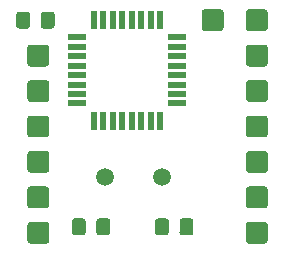
<source format=gts>
G04 #@! TF.GenerationSoftware,KiCad,Pcbnew,5.1.10-88a1d61d58~90~ubuntu20.04.1*
G04 #@! TF.CreationDate,2021-09-15T21:40:18+02:00*
G04 #@! TF.ProjectId,snes2atari,736e6573-3261-4746-9172-692e6b696361,rev?*
G04 #@! TF.SameCoordinates,Original*
G04 #@! TF.FileFunction,Soldermask,Top*
G04 #@! TF.FilePolarity,Negative*
%FSLAX46Y46*%
G04 Gerber Fmt 4.6, Leading zero omitted, Abs format (unit mm)*
G04 Created by KiCad (PCBNEW 5.1.10-88a1d61d58~90~ubuntu20.04.1) date 2021-09-15 21:40:18*
%MOMM*%
%LPD*%
G01*
G04 APERTURE LIST*
%ADD10C,1.500000*%
%ADD11R,0.550000X1.600000*%
%ADD12R,1.600000X0.550000*%
G04 APERTURE END LIST*
D10*
X125870000Y-89750000D03*
X130750000Y-89750000D03*
D11*
X124950000Y-76500000D03*
X125750000Y-76500000D03*
X126550000Y-76500000D03*
X127350000Y-76500000D03*
X128150000Y-76500000D03*
X128950000Y-76500000D03*
X129750000Y-76500000D03*
X130550000Y-76500000D03*
D12*
X132000000Y-77950000D03*
X132000000Y-78750000D03*
X132000000Y-79550000D03*
X132000000Y-80350000D03*
X132000000Y-81150000D03*
X132000000Y-81950000D03*
X132000000Y-82750000D03*
X132000000Y-83550000D03*
D11*
X130550000Y-85000000D03*
X129750000Y-85000000D03*
X128950000Y-85000000D03*
X128150000Y-85000000D03*
X127350000Y-85000000D03*
X126550000Y-85000000D03*
X125750000Y-85000000D03*
X124950000Y-85000000D03*
D12*
X123500000Y-83550000D03*
X123500000Y-82750000D03*
X123500000Y-81950000D03*
X123500000Y-81150000D03*
X123500000Y-80350000D03*
X123500000Y-79550000D03*
X123500000Y-78750000D03*
X123500000Y-77950000D03*
G36*
G01*
X119325000Y-95175001D02*
X119325000Y-93824999D01*
G75*
G02*
X119574999Y-93575000I249999J0D01*
G01*
X120925001Y-93575000D01*
G75*
G02*
X121175000Y-93824999I0J-249999D01*
G01*
X121175000Y-95175001D01*
G75*
G02*
X120925001Y-95425000I-249999J0D01*
G01*
X119574999Y-95425000D01*
G75*
G02*
X119325000Y-95175001I0J249999D01*
G01*
G37*
G36*
G01*
X137825000Y-95175001D02*
X137825000Y-93824999D01*
G75*
G02*
X138074999Y-93575000I249999J0D01*
G01*
X139425001Y-93575000D01*
G75*
G02*
X139675000Y-93824999I0J-249999D01*
G01*
X139675000Y-95175001D01*
G75*
G02*
X139425001Y-95425000I-249999J0D01*
G01*
X138074999Y-95425000D01*
G75*
G02*
X137825000Y-95175001I0J249999D01*
G01*
G37*
G36*
G01*
X119325000Y-92175001D02*
X119325000Y-90824999D01*
G75*
G02*
X119574999Y-90575000I249999J0D01*
G01*
X120925001Y-90575000D01*
G75*
G02*
X121175000Y-90824999I0J-249999D01*
G01*
X121175000Y-92175001D01*
G75*
G02*
X120925001Y-92425000I-249999J0D01*
G01*
X119574999Y-92425000D01*
G75*
G02*
X119325000Y-92175001I0J249999D01*
G01*
G37*
G36*
G01*
X137825000Y-77175001D02*
X137825000Y-75824999D01*
G75*
G02*
X138074999Y-75575000I249999J0D01*
G01*
X139425001Y-75575000D01*
G75*
G02*
X139675000Y-75824999I0J-249999D01*
G01*
X139675000Y-77175001D01*
G75*
G02*
X139425001Y-77425000I-249999J0D01*
G01*
X138074999Y-77425000D01*
G75*
G02*
X137825000Y-77175001I0J249999D01*
G01*
G37*
G36*
G01*
X137825000Y-80175001D02*
X137825000Y-78824999D01*
G75*
G02*
X138074999Y-78575000I249999J0D01*
G01*
X139425001Y-78575000D01*
G75*
G02*
X139675000Y-78824999I0J-249999D01*
G01*
X139675000Y-80175001D01*
G75*
G02*
X139425001Y-80425000I-249999J0D01*
G01*
X138074999Y-80425000D01*
G75*
G02*
X137825000Y-80175001I0J249999D01*
G01*
G37*
G36*
G01*
X137825000Y-83175001D02*
X137825000Y-81824999D01*
G75*
G02*
X138074999Y-81575000I249999J0D01*
G01*
X139425001Y-81575000D01*
G75*
G02*
X139675000Y-81824999I0J-249999D01*
G01*
X139675000Y-83175001D01*
G75*
G02*
X139425001Y-83425000I-249999J0D01*
G01*
X138074999Y-83425000D01*
G75*
G02*
X137825000Y-83175001I0J249999D01*
G01*
G37*
G36*
G01*
X137825000Y-86175001D02*
X137825000Y-84824999D01*
G75*
G02*
X138074999Y-84575000I249999J0D01*
G01*
X139425001Y-84575000D01*
G75*
G02*
X139675000Y-84824999I0J-249999D01*
G01*
X139675000Y-86175001D01*
G75*
G02*
X139425001Y-86425000I-249999J0D01*
G01*
X138074999Y-86425000D01*
G75*
G02*
X137825000Y-86175001I0J249999D01*
G01*
G37*
G36*
G01*
X137825000Y-89175001D02*
X137825000Y-87824999D01*
G75*
G02*
X138074999Y-87575000I249999J0D01*
G01*
X139425001Y-87575000D01*
G75*
G02*
X139675000Y-87824999I0J-249999D01*
G01*
X139675000Y-89175001D01*
G75*
G02*
X139425001Y-89425000I-249999J0D01*
G01*
X138074999Y-89425000D01*
G75*
G02*
X137825000Y-89175001I0J249999D01*
G01*
G37*
G36*
G01*
X137825000Y-92175001D02*
X137825000Y-90824999D01*
G75*
G02*
X138074999Y-90575000I249999J0D01*
G01*
X139425001Y-90575000D01*
G75*
G02*
X139675000Y-90824999I0J-249999D01*
G01*
X139675000Y-92175001D01*
G75*
G02*
X139425001Y-92425000I-249999J0D01*
G01*
X138074999Y-92425000D01*
G75*
G02*
X137825000Y-92175001I0J249999D01*
G01*
G37*
G36*
G01*
X119325000Y-89175001D02*
X119325000Y-87824999D01*
G75*
G02*
X119574999Y-87575000I249999J0D01*
G01*
X120925001Y-87575000D01*
G75*
G02*
X121175000Y-87824999I0J-249999D01*
G01*
X121175000Y-89175001D01*
G75*
G02*
X120925001Y-89425000I-249999J0D01*
G01*
X119574999Y-89425000D01*
G75*
G02*
X119325000Y-89175001I0J249999D01*
G01*
G37*
G36*
G01*
X119325000Y-86175001D02*
X119325000Y-84824999D01*
G75*
G02*
X119574999Y-84575000I249999J0D01*
G01*
X120925001Y-84575000D01*
G75*
G02*
X121175000Y-84824999I0J-249999D01*
G01*
X121175000Y-86175001D01*
G75*
G02*
X120925001Y-86425000I-249999J0D01*
G01*
X119574999Y-86425000D01*
G75*
G02*
X119325000Y-86175001I0J249999D01*
G01*
G37*
G36*
G01*
X119325000Y-83175001D02*
X119325000Y-81824999D01*
G75*
G02*
X119574999Y-81575000I249999J0D01*
G01*
X120925001Y-81575000D01*
G75*
G02*
X121175000Y-81824999I0J-249999D01*
G01*
X121175000Y-83175001D01*
G75*
G02*
X120925001Y-83425000I-249999J0D01*
G01*
X119574999Y-83425000D01*
G75*
G02*
X119325000Y-83175001I0J249999D01*
G01*
G37*
G36*
G01*
X119325000Y-80175001D02*
X119325000Y-78824999D01*
G75*
G02*
X119574999Y-78575000I249999J0D01*
G01*
X120925001Y-78575000D01*
G75*
G02*
X121175000Y-78824999I0J-249999D01*
G01*
X121175000Y-80175001D01*
G75*
G02*
X120925001Y-80425000I-249999J0D01*
G01*
X119574999Y-80425000D01*
G75*
G02*
X119325000Y-80175001I0J249999D01*
G01*
G37*
G36*
G01*
X134075000Y-77175001D02*
X134075000Y-75824999D01*
G75*
G02*
X134324999Y-75575000I249999J0D01*
G01*
X135675001Y-75575000D01*
G75*
G02*
X135925000Y-75824999I0J-249999D01*
G01*
X135925000Y-77175001D01*
G75*
G02*
X135675001Y-77425000I-249999J0D01*
G01*
X134324999Y-77425000D01*
G75*
G02*
X134075000Y-77175001I0J249999D01*
G01*
G37*
G36*
G01*
X120450000Y-76975000D02*
X120450000Y-76025000D01*
G75*
G02*
X120700000Y-75775000I250000J0D01*
G01*
X121375000Y-75775000D01*
G75*
G02*
X121625000Y-76025000I0J-250000D01*
G01*
X121625000Y-76975000D01*
G75*
G02*
X121375000Y-77225000I-250000J0D01*
G01*
X120700000Y-77225000D01*
G75*
G02*
X120450000Y-76975000I0J250000D01*
G01*
G37*
G36*
G01*
X118375000Y-76975000D02*
X118375000Y-76025000D01*
G75*
G02*
X118625000Y-75775000I250000J0D01*
G01*
X119300000Y-75775000D01*
G75*
G02*
X119550000Y-76025000I0J-250000D01*
G01*
X119550000Y-76975000D01*
G75*
G02*
X119300000Y-77225000I-250000J0D01*
G01*
X118625000Y-77225000D01*
G75*
G02*
X118375000Y-76975000I0J250000D01*
G01*
G37*
G36*
G01*
X124262500Y-93525000D02*
X124262500Y-94475000D01*
G75*
G02*
X124012500Y-94725000I-250000J0D01*
G01*
X123337500Y-94725000D01*
G75*
G02*
X123087500Y-94475000I0J250000D01*
G01*
X123087500Y-93525000D01*
G75*
G02*
X123337500Y-93275000I250000J0D01*
G01*
X124012500Y-93275000D01*
G75*
G02*
X124262500Y-93525000I0J-250000D01*
G01*
G37*
G36*
G01*
X126337500Y-93525000D02*
X126337500Y-94475000D01*
G75*
G02*
X126087500Y-94725000I-250000J0D01*
G01*
X125412500Y-94725000D01*
G75*
G02*
X125162500Y-94475000I0J250000D01*
G01*
X125162500Y-93525000D01*
G75*
G02*
X125412500Y-93275000I250000J0D01*
G01*
X126087500Y-93275000D01*
G75*
G02*
X126337500Y-93525000I0J-250000D01*
G01*
G37*
G36*
G01*
X132200000Y-94475000D02*
X132200000Y-93525000D01*
G75*
G02*
X132450000Y-93275000I250000J0D01*
G01*
X133125000Y-93275000D01*
G75*
G02*
X133375000Y-93525000I0J-250000D01*
G01*
X133375000Y-94475000D01*
G75*
G02*
X133125000Y-94725000I-250000J0D01*
G01*
X132450000Y-94725000D01*
G75*
G02*
X132200000Y-94475000I0J250000D01*
G01*
G37*
G36*
G01*
X130125000Y-94475000D02*
X130125000Y-93525000D01*
G75*
G02*
X130375000Y-93275000I250000J0D01*
G01*
X131050000Y-93275000D01*
G75*
G02*
X131300000Y-93525000I0J-250000D01*
G01*
X131300000Y-94475000D01*
G75*
G02*
X131050000Y-94725000I-250000J0D01*
G01*
X130375000Y-94725000D01*
G75*
G02*
X130125000Y-94475000I0J250000D01*
G01*
G37*
M02*

</source>
